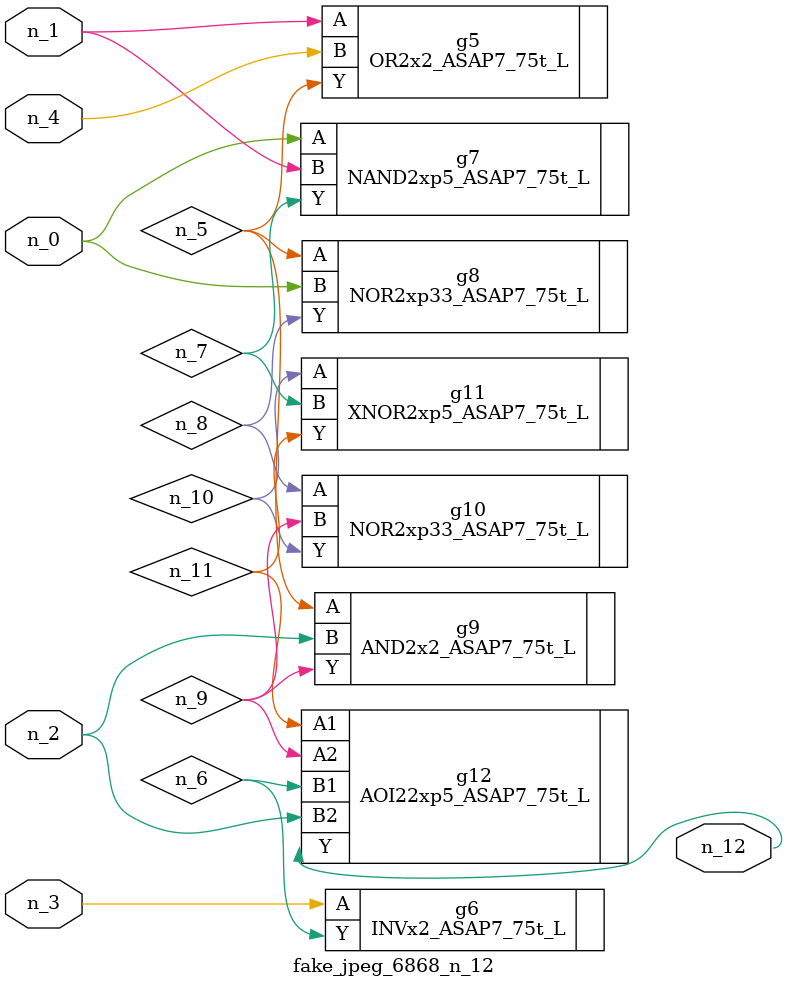
<source format=v>
module fake_jpeg_6868_n_12 (n_3, n_2, n_1, n_0, n_4, n_12);

input n_3;
input n_2;
input n_1;
input n_0;
input n_4;

output n_12;

wire n_11;
wire n_10;
wire n_8;
wire n_9;
wire n_6;
wire n_5;
wire n_7;

OR2x2_ASAP7_75t_L g5 ( 
.A(n_1),
.B(n_4),
.Y(n_5)
);

INVx2_ASAP7_75t_L g6 ( 
.A(n_3),
.Y(n_6)
);

NAND2xp5_ASAP7_75t_L g7 ( 
.A(n_0),
.B(n_1),
.Y(n_7)
);

NOR2xp33_ASAP7_75t_L g8 ( 
.A(n_5),
.B(n_0),
.Y(n_8)
);

NOR2xp33_ASAP7_75t_L g10 ( 
.A(n_8),
.B(n_9),
.Y(n_10)
);

AND2x2_ASAP7_75t_L g9 ( 
.A(n_5),
.B(n_2),
.Y(n_9)
);

XNOR2xp5_ASAP7_75t_L g11 ( 
.A(n_10),
.B(n_7),
.Y(n_11)
);

AOI22xp5_ASAP7_75t_L g12 ( 
.A1(n_11),
.A2(n_9),
.B1(n_6),
.B2(n_2),
.Y(n_12)
);


endmodule
</source>
